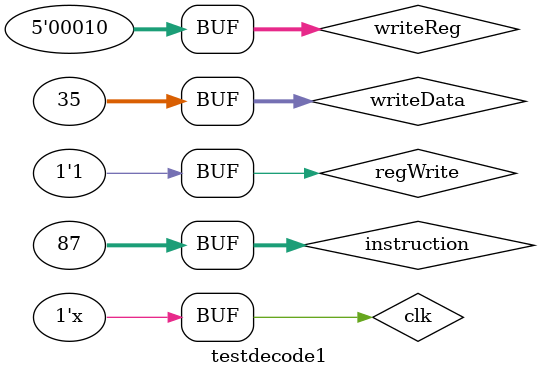
<source format=v>
`timescale 1ns / 1ps


module testdecode1;

	// Inputs
	reg [31:0] instruction;
	reg [4:0] writeReg;
	reg [31:0] writeData;
	reg regWrite;
	reg clk;

	// Outputs
	wire [31:0] rd1;
	wire [31:0] rd2;
	wire [4:0] ins1;
	wire [4:0] ins2;
	wire [31:0] insOut;
	wire [31:0] signEx;

	// Instantiate the Unit Under Test (UUT)
	decode uut (
		.instruction(instruction), 
		.writeReg(writeReg), 
		.writeData(writeData), 
		.regWrite(regWrite), 
		.clk(clk), 
		.rd1(rd1), 
		.rd2(rd2), 
		.ins1(ins1), 
		.ins2(ins2), 
		.insOut(insOut), 
		.signEx(signEx)
	);

	initial begin
		// Initialize Inputs
		instruction = 67;
		writeReg = 0;
		writeData = 0;
		regWrite = 0;
		clk = 0;

		// Wait 100 ns for global reset to finish
		#100;
		instruction = 87;
		writeReg = 2;
		writeData = 35;
		regWrite = 1;        
		// Add stimulus here

	end
	always begin
	 #50;
	 clk=~clk;
	
	end
      
endmodule


</source>
